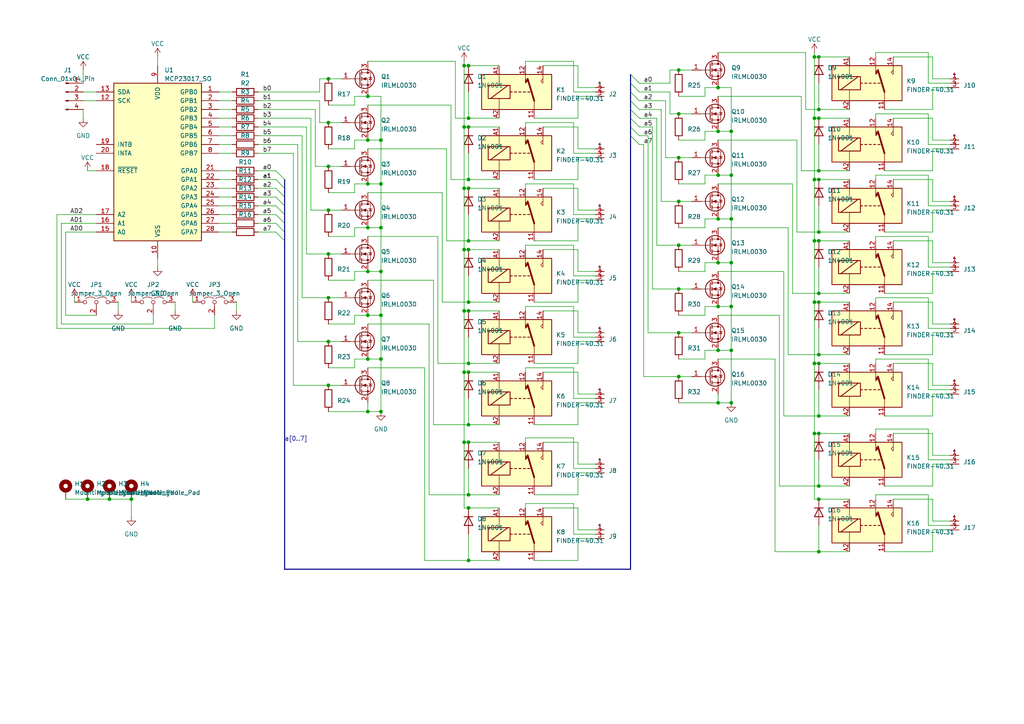
<source format=kicad_sch>
(kicad_sch (version 20230121) (generator eeschema)
  (paper "A4")
  (junction (at 135.89 36.83))
  (junction (at 95.25 99.06))
  (junction (at 135.89 105.41))
  (junction (at 212.09 116.84))
  (junction (at 237.49 140.97))
  (junction (at 208.28 25.4))
  (junction (at 212.09 101.6))
  (junction (at 110.49 40.64))
  (junction (at 134.62 90.17))
  (junction (at 135.89 69.85))
  (junction (at 95.25 22.86))
  (junction (at 237.49 16.51))
  (junction (at 106.68 119.38))
  (junction (at 95.25 35.56))
  (junction (at 212.09 38.1))
  (junction (at 106.68 53.34))
  (junction (at 135.89 19.05))
  (junction (at 237.49 49.53))
  (junction (at 236.22 16.51))
  (junction (at 95.25 48.26))
  (junction (at 236.22 105.41))
  (junction (at 208.28 76.2))
  (junction (at 135.89 162.56))
  (junction (at 106.68 27.94))
  (junction (at 135.89 123.19))
  (junction (at 196.85 45.72))
  (junction (at 110.49 91.44))
  (junction (at 196.85 109.22))
  (junction (at 237.49 160.02))
  (junction (at 236.22 69.85))
  (junction (at 237.49 31.75))
  (junction (at 212.09 50.8))
  (junction (at 237.49 52.07))
  (junction (at 212.09 76.2))
  (junction (at 134.62 128.27))
  (junction (at 208.28 63.5))
  (junction (at 196.85 71.12))
  (junction (at 31.75 144.78))
  (junction (at 110.49 53.34))
  (junction (at 236.22 87.63))
  (junction (at 134.62 54.61))
  (junction (at 236.22 125.73))
  (junction (at 95.25 86.36))
  (junction (at 106.68 104.14))
  (junction (at 110.49 119.38))
  (junction (at 134.62 36.83))
  (junction (at 196.85 96.52))
  (junction (at 134.62 19.05))
  (junction (at 212.09 63.5))
  (junction (at 135.89 72.39))
  (junction (at 237.49 87.63))
  (junction (at 106.68 91.44))
  (junction (at 106.68 78.74))
  (junction (at 135.89 147.32))
  (junction (at 110.49 66.04))
  (junction (at 208.28 88.9))
  (junction (at 106.68 66.04))
  (junction (at 236.22 52.07))
  (junction (at 237.49 69.85))
  (junction (at 196.85 58.42))
  (junction (at 236.22 34.29))
  (junction (at 106.68 40.64))
  (junction (at 208.28 50.8))
  (junction (at 38.1 144.78))
  (junction (at 237.49 144.78))
  (junction (at 196.85 33.02))
  (junction (at 135.89 52.07))
  (junction (at 110.49 78.74))
  (junction (at 237.49 67.31))
  (junction (at 95.25 111.76))
  (junction (at 208.28 38.1))
  (junction (at 110.49 104.14))
  (junction (at 135.89 107.95))
  (junction (at 237.49 120.65))
  (junction (at 134.62 107.95))
  (junction (at 237.49 105.41))
  (junction (at 208.28 116.84))
  (junction (at 95.25 73.66))
  (junction (at 135.89 54.61))
  (junction (at 237.49 125.73))
  (junction (at 135.89 34.29))
  (junction (at 95.25 60.96))
  (junction (at 135.89 87.63))
  (junction (at 135.89 143.51))
  (junction (at 208.28 101.6))
  (junction (at 237.49 34.29))
  (junction (at 237.49 102.87))
  (junction (at 134.62 72.39))
  (junction (at 135.89 90.17))
  (junction (at 212.09 88.9))
  (junction (at 25.4 144.78))
  (junction (at 237.49 85.09))
  (junction (at 135.89 128.27))
  (junction (at 196.85 20.32))
  (junction (at 196.85 83.82))
  (bus_entry (at 182.88 21.59) (size 2.54 2.54))
  (bus_entry (at 182.88 31.75) (size 2.54 2.54))
  (bus_entry (at 80.01 54.61) (size 2.54 2.54))
  (bus_entry (at 80.01 67.31) (size 2.54 2.54))
  (bus_entry (at 182.88 36.83) (size 2.54 2.54))
  (bus_entry (at 182.88 34.29) (size 2.54 2.54))
  (bus_entry (at 182.88 29.21) (size 2.54 2.54))
  (bus_entry (at 80.01 62.23) (size 2.54 2.54))
  (bus_entry (at 182.88 24.13) (size 2.54 2.54))
  (bus_entry (at 80.01 57.15) (size 2.54 2.54))
  (bus_entry (at 80.01 52.07) (size 2.54 2.54))
  (bus_entry (at 182.88 39.37) (size 2.54 2.54))
  (bus_entry (at 182.88 26.67) (size 2.54 2.54))
  (bus_entry (at 80.01 49.53) (size 2.54 2.54))
  (bus_entry (at 80.01 59.69) (size 2.54 2.54))
  (bus_entry (at 80.01 64.77) (size 2.54 2.54))
  (wire (pts (xy 87.63 39.37) (xy 87.63 86.36)))
  (wire (pts (xy 236.22 144.78) (xy 236.22 125.73)))
  (wire (pts (xy 128.27 55.88) (xy 128.27 87.63)))
  (wire (pts (xy 152.4 17.78) (xy 152.4 19.05)))
  (wire (pts (xy 172.72 99.06) (xy 167.64 99.06)))
  (wire (pts (xy 212.09 38.1) (xy 212.09 50.8)))
  (wire (pts (xy 95.25 35.56) (xy 99.06 35.56)))
  (wire (pts (xy 254 104.14) (xy 254 105.41)))
  (wire (pts (xy 86.36 99.06) (xy 95.25 99.06)))
  (wire (pts (xy 185.42 29.21) (xy 193.04 29.21)))
  (wire (pts (xy 237.49 59.69) (xy 237.49 67.31)))
  (wire (pts (xy 246.38 160.02) (xy 237.49 160.02)))
  (wire (pts (xy 236.22 34.29) (xy 236.22 52.07)))
  (wire (pts (xy 231.14 40.64) (xy 231.14 67.31)))
  (wire (pts (xy 270.51 22.86) (xy 270.51 16.51)))
  (wire (pts (xy 95.25 30.48) (xy 102.87 30.48)))
  (wire (pts (xy 106.68 66.04) (xy 110.49 66.04)))
  (wire (pts (xy 208.28 66.04) (xy 228.6 66.04)))
  (wire (pts (xy 167.64 69.85) (xy 167.64 63.5)))
  (wire (pts (xy 63.5 49.53) (xy 67.31 49.53)))
  (wire (pts (xy 189.23 36.83) (xy 189.23 83.82)))
  (wire (pts (xy 106.68 91.44) (xy 110.49 91.44)))
  (wire (pts (xy 194.31 24.13) (xy 194.31 20.32)))
  (wire (pts (xy 102.87 55.88) (xy 102.87 53.34)))
  (wire (pts (xy 269.24 113.03) (xy 269.24 104.14)))
  (wire (pts (xy 166.37 97.79) (xy 172.72 97.79)))
  (wire (pts (xy 38.1 86.36) (xy 38.1 87.63)))
  (wire (pts (xy 21.59 86.36) (xy 21.59 87.63)))
  (wire (pts (xy 102.87 30.48) (xy 102.87 27.94)))
  (wire (pts (xy 135.89 143.51) (xy 144.78 143.51)))
  (wire (pts (xy 110.49 104.14) (xy 110.49 119.38)))
  (wire (pts (xy 135.89 54.61) (xy 144.78 54.61)))
  (wire (pts (xy 167.64 114.3) (xy 167.64 107.95)))
  (wire (pts (xy 212.09 76.2) (xy 212.09 88.9)))
  (wire (pts (xy 270.51 58.42) (xy 270.51 52.07)))
  (wire (pts (xy 269.24 152.4) (xy 269.24 143.51)))
  (wire (pts (xy 110.49 27.94) (xy 110.49 40.64)))
  (wire (pts (xy 74.93 64.77) (xy 80.01 64.77)))
  (wire (pts (xy 102.87 106.68) (xy 102.87 104.14)))
  (wire (pts (xy 172.72 25.4) (xy 167.64 25.4)))
  (wire (pts (xy 236.22 87.63) (xy 236.22 105.41)))
  (wire (pts (xy 102.87 27.94) (xy 106.68 27.94)))
  (wire (pts (xy 167.64 60.96) (xy 172.72 60.96)))
  (wire (pts (xy 187.96 39.37) (xy 187.96 96.52)))
  (wire (pts (xy 196.85 91.44) (xy 204.47 91.44)))
  (wire (pts (xy 166.37 62.23) (xy 166.37 53.34)))
  (wire (pts (xy 172.72 154.94) (xy 166.37 154.94)))
  (wire (pts (xy 259.08 87.63) (xy 270.51 87.63)))
  (wire (pts (xy 204.47 40.64) (xy 204.47 38.1)))
  (wire (pts (xy 167.64 43.18) (xy 172.72 43.18)))
  (wire (pts (xy 236.22 52.07) (xy 237.49 52.07)))
  (wire (pts (xy 125.73 81.28) (xy 125.73 123.19)))
  (wire (pts (xy 196.85 40.64) (xy 204.47 40.64)))
  (wire (pts (xy 106.68 68.58) (xy 127 68.58)))
  (bus (pts (xy 182.88 21.59) (xy 182.88 24.13)))
  (wire (pts (xy 135.89 128.27) (xy 134.62 128.27)))
  (wire (pts (xy 246.38 16.51) (xy 237.49 16.51)))
  (wire (pts (xy 237.49 105.41) (xy 246.38 105.41)))
  (wire (pts (xy 132.08 34.29) (xy 132.08 17.78)))
  (wire (pts (xy 95.25 119.38) (xy 106.68 119.38)))
  (wire (pts (xy 154.94 123.19) (xy 167.64 123.19)))
  (wire (pts (xy 92.71 26.67) (xy 92.71 22.86)))
  (wire (pts (xy 154.94 87.63) (xy 167.64 87.63)))
  (wire (pts (xy 63.5 39.37) (xy 67.31 39.37)))
  (wire (pts (xy 63.5 29.21) (xy 67.31 29.21)))
  (wire (pts (xy 270.51 87.63) (xy 270.51 93.98)))
  (wire (pts (xy 185.42 24.13) (xy 194.31 24.13)))
  (wire (pts (xy 152.4 71.12) (xy 152.4 72.39)))
  (wire (pts (xy 135.89 143.51) (xy 124.46 143.51)))
  (wire (pts (xy 166.37 154.94) (xy 166.37 146.05)))
  (wire (pts (xy 237.49 140.97) (xy 226.06 140.97)))
  (wire (pts (xy 237.49 87.63) (xy 246.38 87.63)))
  (wire (pts (xy 275.59 134.62) (xy 270.51 134.62)))
  (wire (pts (xy 208.28 25.4) (xy 212.09 25.4)))
  (wire (pts (xy 185.42 26.67) (xy 194.31 26.67)))
  (wire (pts (xy 224.79 104.14) (xy 224.79 160.02)))
  (wire (pts (xy 152.4 88.9) (xy 166.37 88.9)))
  (wire (pts (xy 95.25 43.18) (xy 102.87 43.18)))
  (wire (pts (xy 270.51 120.65) (xy 270.51 114.3)))
  (wire (pts (xy 275.59 96.52) (xy 270.51 96.52)))
  (wire (pts (xy 172.72 62.23) (xy 166.37 62.23)))
  (wire (pts (xy 204.47 66.04) (xy 204.47 63.5)))
  (wire (pts (xy 134.62 54.61) (xy 134.62 72.39)))
  (wire (pts (xy 194.31 20.32) (xy 196.85 20.32)))
  (bus (pts (xy 182.88 34.29) (xy 182.88 36.83)))
  (wire (pts (xy 237.49 160.02) (xy 237.49 152.4)))
  (wire (pts (xy 166.37 53.34) (xy 152.4 53.34)))
  (wire (pts (xy 63.5 67.31) (xy 67.31 67.31)))
  (wire (pts (xy 259.08 69.85) (xy 270.51 69.85)))
  (wire (pts (xy 196.85 109.22) (xy 200.66 109.22)))
  (wire (pts (xy 212.09 63.5) (xy 212.09 76.2)))
  (wire (pts (xy 135.89 90.17) (xy 134.62 90.17)))
  (wire (pts (xy 134.62 147.32) (xy 134.62 128.27)))
  (wire (pts (xy 167.64 156.21) (xy 172.72 156.21)))
  (wire (pts (xy 196.85 53.34) (xy 204.47 53.34)))
  (wire (pts (xy 269.24 50.8) (xy 254 50.8)))
  (wire (pts (xy 208.28 116.84) (xy 212.09 116.84)))
  (wire (pts (xy 237.49 24.13) (xy 237.49 31.75)))
  (wire (pts (xy 204.47 76.2) (xy 208.28 76.2)))
  (wire (pts (xy 92.71 35.56) (xy 95.25 35.56)))
  (wire (pts (xy 172.72 44.45) (xy 166.37 44.45)))
  (wire (pts (xy 186.69 109.22) (xy 196.85 109.22)))
  (wire (pts (xy 269.24 24.13) (xy 269.24 15.24)))
  (wire (pts (xy 194.31 26.67) (xy 194.31 33.02)))
  (wire (pts (xy 193.04 45.72) (xy 196.85 45.72)))
  (wire (pts (xy 135.89 69.85) (xy 144.78 69.85)))
  (wire (pts (xy 63.5 26.67) (xy 67.31 26.67)))
  (wire (pts (xy 167.64 90.17) (xy 167.64 96.52)))
  (wire (pts (xy 144.78 19.05) (xy 135.89 19.05)))
  (wire (pts (xy 102.87 91.44) (xy 106.68 91.44)))
  (wire (pts (xy 269.24 95.25) (xy 275.59 95.25)))
  (wire (pts (xy 135.89 162.56) (xy 135.89 154.94)))
  (wire (pts (xy 254 143.51) (xy 254 144.78)))
  (wire (pts (xy 154.94 143.51) (xy 167.64 143.51)))
  (bus (pts (xy 182.88 26.67) (xy 182.88 29.21)))
  (wire (pts (xy 38.1 144.78) (xy 38.1 149.86)))
  (wire (pts (xy 135.89 62.23) (xy 135.89 69.85)))
  (wire (pts (xy 135.89 128.27) (xy 144.78 128.27)))
  (wire (pts (xy 208.28 38.1) (xy 212.09 38.1)))
  (wire (pts (xy 106.68 53.34) (xy 110.49 53.34)))
  (wire (pts (xy 270.51 111.76) (xy 270.51 105.41)))
  (wire (pts (xy 88.9 73.66) (xy 95.25 73.66)))
  (wire (pts (xy 74.93 52.07) (xy 80.01 52.07)))
  (wire (pts (xy 212.09 25.4) (xy 212.09 38.1)))
  (wire (pts (xy 95.25 81.28) (xy 102.87 81.28)))
  (bus (pts (xy 182.88 39.37) (xy 182.88 165.1)))
  (wire (pts (xy 167.64 134.62) (xy 172.72 134.62)))
  (wire (pts (xy 196.85 58.42) (xy 200.66 58.42)))
  (wire (pts (xy 152.4 106.68) (xy 152.4 107.95)))
  (wire (pts (xy 157.48 54.61) (xy 167.64 54.61)))
  (wire (pts (xy 44.45 91.44) (xy 44.45 93.98)))
  (wire (pts (xy 154.94 52.07) (xy 167.64 52.07)))
  (wire (pts (xy 259.08 105.41) (xy 270.51 105.41)))
  (wire (pts (xy 237.49 31.75) (xy 233.68 31.75)))
  (wire (pts (xy 256.54 160.02) (xy 270.51 160.02)))
  (wire (pts (xy 74.93 34.29) (xy 90.17 34.29)))
  (wire (pts (xy 124.46 93.98) (xy 106.68 93.98)))
  (wire (pts (xy 185.42 31.75) (xy 191.77 31.75)))
  (wire (pts (xy 204.47 88.9) (xy 208.28 88.9)))
  (wire (pts (xy 157.48 107.95) (xy 167.64 107.95)))
  (wire (pts (xy 270.51 132.08) (xy 275.59 132.08)))
  (wire (pts (xy 167.64 153.67) (xy 172.72 153.67)))
  (wire (pts (xy 102.87 78.74) (xy 106.68 78.74)))
  (wire (pts (xy 191.77 58.42) (xy 196.85 58.42)))
  (wire (pts (xy 74.93 36.83) (xy 88.9 36.83)))
  (wire (pts (xy 256.54 85.09) (xy 270.51 85.09)))
  (wire (pts (xy 259.08 52.07) (xy 270.51 52.07)))
  (wire (pts (xy 90.17 34.29) (xy 90.17 60.96)))
  (wire (pts (xy 24.13 20.32) (xy 24.13 24.13)))
  (wire (pts (xy 167.64 63.5) (xy 172.72 63.5)))
  (wire (pts (xy 106.68 78.74) (xy 110.49 78.74)))
  (wire (pts (xy 167.64 99.06) (xy 167.64 105.41)))
  (wire (pts (xy 74.93 49.53) (xy 80.01 49.53)))
  (wire (pts (xy 135.89 26.67) (xy 135.89 34.29)))
  (wire (pts (xy 63.5 34.29) (xy 67.31 34.29)))
  (wire (pts (xy 106.68 27.94) (xy 110.49 27.94)))
  (wire (pts (xy 152.4 146.05) (xy 152.4 147.32)))
  (wire (pts (xy 130.81 30.48) (xy 130.81 52.07)))
  (wire (pts (xy 191.77 31.75) (xy 191.77 58.42)))
  (wire (pts (xy 74.93 39.37) (xy 87.63 39.37)))
  (wire (pts (xy 167.64 96.52) (xy 172.72 96.52)))
  (wire (pts (xy 27.94 91.44) (xy 19.05 91.44)))
  (wire (pts (xy 86.36 41.91) (xy 86.36 99.06)))
  (wire (pts (xy 259.08 144.78) (xy 270.51 144.78)))
  (wire (pts (xy 166.37 135.89) (xy 172.72 135.89)))
  (wire (pts (xy 123.19 162.56) (xy 135.89 162.56)))
  (wire (pts (xy 236.22 87.63) (xy 236.22 69.85)))
  (wire (pts (xy 232.41 49.53) (xy 237.49 49.53)))
  (wire (pts (xy 62.23 95.25) (xy 16.51 95.25)))
  (wire (pts (xy 63.5 62.23) (xy 67.31 62.23)))
  (wire (pts (xy 106.68 106.68) (xy 123.19 106.68)))
  (wire (pts (xy 172.72 137.16) (xy 167.64 137.16)))
  (wire (pts (xy 91.44 48.26) (xy 95.25 48.26)))
  (wire (pts (xy 237.49 69.85) (xy 236.22 69.85)))
  (wire (pts (xy 135.89 34.29) (xy 144.78 34.29)))
  (wire (pts (xy 172.72 81.28) (xy 167.64 81.28)))
  (wire (pts (xy 270.51 102.87) (xy 256.54 102.87)))
  (wire (pts (xy 166.37 17.78) (xy 152.4 17.78)))
  (wire (pts (xy 254 69.85) (xy 254 68.58)))
  (wire (pts (xy 270.51 160.02) (xy 270.51 153.67)))
  (wire (pts (xy 154.94 162.56) (xy 167.64 162.56)))
  (wire (pts (xy 152.4 127) (xy 166.37 127)))
  (wire (pts (xy 237.49 41.91) (xy 237.49 49.53)))
  (wire (pts (xy 196.85 78.74) (xy 204.47 78.74)))
  (wire (pts (xy 19.05 91.44) (xy 19.05 67.31)))
  (wire (pts (xy 106.68 116.84) (xy 106.68 119.38)))
  (wire (pts (xy 270.51 93.98) (xy 275.59 93.98)))
  (wire (pts (xy 233.68 15.24) (xy 208.28 15.24)))
  (wire (pts (xy 106.68 55.88) (xy 128.27 55.88)))
  (wire (pts (xy 256.54 31.75) (xy 270.51 31.75)))
  (wire (pts (xy 167.64 45.72) (xy 172.72 45.72)))
  (wire (pts (xy 254 15.24) (xy 254 16.51)))
  (wire (pts (xy 95.25 106.68) (xy 102.87 106.68)))
  (wire (pts (xy 270.51 25.4) (xy 275.59 25.4)))
  (wire (pts (xy 227.33 120.65) (xy 237.49 120.65)))
  (wire (pts (xy 186.69 41.91) (xy 186.69 109.22)))
  (wire (pts (xy 208.28 27.94) (xy 232.41 27.94)))
  (bus (pts (xy 82.55 67.31) (xy 82.55 69.85)))
  (bus (pts (xy 182.88 29.21) (xy 182.88 31.75)))
  (wire (pts (xy 106.68 30.48) (xy 130.81 30.48)))
  (wire (pts (xy 229.87 53.34) (xy 229.87 85.09)))
  (bus (pts (xy 182.88 31.75) (xy 182.88 34.29)))
  (wire (pts (xy 134.62 36.83) (xy 134.62 54.61)))
  (wire (pts (xy 134.62 147.32) (xy 135.89 147.32)))
  (wire (pts (xy 237.49 120.65) (xy 246.38 120.65)))
  (wire (pts (xy 167.64 52.07) (xy 167.64 45.72)))
  (wire (pts (xy 167.64 72.39) (xy 167.64 78.74)))
  (wire (pts (xy 204.47 38.1) (xy 208.28 38.1)))
  (wire (pts (xy 208.28 50.8) (xy 212.09 50.8)))
  (wire (pts (xy 237.49 95.25) (xy 237.49 102.87)))
  (wire (pts (xy 254 86.36) (xy 269.24 86.36)))
  (bus (pts (xy 182.88 24.13) (xy 182.88 26.67)))
  (wire (pts (xy 166.37 71.12) (xy 166.37 80.01)))
  (bus (pts (xy 82.55 64.77) (xy 82.55 67.31)))
  (wire (pts (xy 270.51 153.67) (xy 275.59 153.67)))
  (wire (pts (xy 134.62 90.17) (xy 134.62 107.95)))
  (wire (pts (xy 275.59 152.4) (xy 269.24 152.4)))
  (wire (pts (xy 212.09 50.8) (xy 212.09 63.5)))
  (wire (pts (xy 166.37 106.68) (xy 152.4 106.68)))
  (wire (pts (xy 154.94 69.85) (xy 167.64 69.85)))
  (wire (pts (xy 204.47 63.5) (xy 208.28 63.5)))
  (wire (pts (xy 102.87 81.28) (xy 102.87 78.74)))
  (wire (pts (xy 208.28 78.74) (xy 227.33 78.74)))
  (wire (pts (xy 106.68 40.64) (xy 110.49 40.64)))
  (wire (pts (xy 196.85 45.72) (xy 200.66 45.72)))
  (wire (pts (xy 196.85 20.32) (xy 200.66 20.32)))
  (wire (pts (xy 63.5 54.61) (xy 67.31 54.61)))
  (wire (pts (xy 236.22 105.41) (xy 237.49 105.41)))
  (wire (pts (xy 95.25 93.98) (xy 102.87 93.98)))
  (wire (pts (xy 74.93 62.23) (xy 80.01 62.23)))
  (wire (pts (xy 135.89 44.45) (xy 135.89 52.07)))
  (wire (pts (xy 63.5 64.77) (xy 67.31 64.77)))
  (wire (pts (xy 62.23 91.44) (xy 62.23 95.25)))
  (wire (pts (xy 135.89 72.39) (xy 144.78 72.39)))
  (wire (pts (xy 63.5 44.45) (xy 67.31 44.45)))
  (wire (pts (xy 269.24 15.24) (xy 254 15.24)))
  (wire (pts (xy 92.71 22.86) (xy 95.25 22.86)))
  (wire (pts (xy 236.22 16.51) (xy 236.22 34.29)))
  (wire (pts (xy 237.49 113.03) (xy 237.49 120.65)))
  (wire (pts (xy 106.68 43.18) (xy 129.54 43.18)))
  (wire (pts (xy 129.54 69.85) (xy 135.89 69.85)))
  (wire (pts (xy 106.68 81.28) (xy 125.73 81.28)))
  (wire (pts (xy 193.04 29.21) (xy 193.04 45.72)))
  (wire (pts (xy 134.62 107.95) (xy 135.89 107.95)))
  (bus (pts (xy 182.88 36.83) (xy 182.88 39.37)))
  (wire (pts (xy 269.24 104.14) (xy 254 104.14)))
  (bus (pts (xy 82.55 57.15) (xy 82.55 59.69)))
  (wire (pts (xy 134.62 54.61) (xy 135.89 54.61)))
  (wire (pts (xy 254 125.73) (xy 254 124.46)))
  (wire (pts (xy 152.4 127) (xy 152.4 128.27)))
  (wire (pts (xy 124.46 93.98) (xy 124.46 143.51)))
  (wire (pts (xy 135.89 52.07) (xy 144.78 52.07)))
  (wire (pts (xy 224.79 160.02) (xy 237.49 160.02)))
  (wire (pts (xy 166.37 115.57) (xy 166.37 106.68)))
  (wire (pts (xy 204.47 78.74) (xy 204.47 76.2)))
  (wire (pts (xy 110.49 91.44) (xy 110.49 104.14)))
  (wire (pts (xy 74.93 44.45) (xy 85.09 44.45)))
  (wire (pts (xy 237.49 16.51) (xy 236.22 16.51)))
  (wire (pts (xy 270.51 96.52) (xy 270.51 102.87)))
  (wire (pts (xy 152.4 53.34) (xy 152.4 54.61)))
  (wire (pts (xy 166.37 44.45) (xy 166.37 35.56)))
  (wire (pts (xy 167.64 162.56) (xy 167.64 156.21)))
  (wire (pts (xy 25.4 49.53) (xy 27.94 49.53)))
  (wire (pts (xy 269.24 77.47) (xy 275.59 77.47)))
  (wire (pts (xy 95.25 99.06) (xy 99.06 99.06)))
  (wire (pts (xy 204.47 91.44) (xy 204.47 88.9)))
  (wire (pts (xy 254 124.46) (xy 269.24 124.46)))
  (wire (pts (xy 95.25 111.76) (xy 99.06 111.76)))
  (wire (pts (xy 152.4 88.9) (xy 152.4 90.17)))
  (wire (pts (xy 91.44 31.75) (xy 91.44 48.26)))
  (wire (pts (xy 228.6 102.87) (xy 237.49 102.87)))
  (wire (pts (xy 55.88 86.36) (xy 55.88 87.63)))
  (wire (pts (xy 31.75 144.78) (xy 38.1 144.78)))
  (bus (pts (xy 82.55 54.61) (xy 82.55 57.15)))
  (wire (pts (xy 166.37 80.01) (xy 172.72 80.01)))
  (wire (pts (xy 275.59 41.91) (xy 269.24 41.91)))
  (wire (pts (xy 167.64 123.19) (xy 167.64 116.84)))
  (wire (pts (xy 269.24 68.58) (xy 269.24 77.47)))
  (wire (pts (xy 237.49 67.31) (xy 246.38 67.31)))
  (wire (pts (xy 167.64 36.83) (xy 167.64 43.18)))
  (wire (pts (xy 63.5 36.83) (xy 67.31 36.83)))
  (wire (pts (xy 135.89 90.17) (xy 144.78 90.17)))
  (wire (pts (xy 237.49 34.29) (xy 246.38 34.29)))
  (wire (pts (xy 166.37 146.05) (xy 152.4 146.05)))
  (wire (pts (xy 226.06 91.44) (xy 208.28 91.44)))
  (wire (pts (xy 102.87 40.64) (xy 106.68 40.64)))
  (wire (pts (xy 237.49 125.73) (xy 236.22 125.73)))
  (wire (pts (xy 190.5 71.12) (xy 196.85 71.12)))
  (wire (pts (xy 166.37 35.56) (xy 152.4 35.56)))
  (wire (pts (xy 236.22 105.41) (xy 236.22 125.73)))
  (wire (pts (xy 74.93 54.61) (xy 80.01 54.61)))
  (wire (pts (xy 102.87 68.58) (xy 102.87 66.04)))
  (wire (pts (xy 185.42 39.37) (xy 187.96 39.37)))
  (wire (pts (xy 208.28 63.5) (xy 212.09 63.5)))
  (wire (pts (xy 196.85 33.02) (xy 200.66 33.02)))
  (wire (pts (xy 19.05 144.78) (xy 25.4 144.78)))
  (wire (pts (xy 152.4 35.56) (xy 152.4 36.83)))
  (wire (pts (xy 167.64 81.28) (xy 167.64 87.63)))
  (wire (pts (xy 208.28 76.2) (xy 212.09 76.2)))
  (wire (pts (xy 270.51 60.96) (xy 275.59 60.96)))
  (wire (pts (xy 135.89 147.32) (xy 144.78 147.32)))
  (wire (pts (xy 106.68 119.38) (xy 110.49 119.38)))
  (wire (pts (xy 212.09 101.6) (xy 212.09 116.84)))
  (wire (pts (xy 74.93 31.75) (xy 91.44 31.75)))
  (wire (pts (xy 259.08 34.29) (xy 270.51 34.29)))
  (wire (pts (xy 172.72 26.67) (xy 166.37 26.67)))
  (wire (pts (xy 204.47 50.8) (xy 208.28 50.8)))
  (wire (pts (xy 208.28 114.3) (xy 208.28 116.84)))
  (wire (pts (xy 135.89 72.39) (xy 134.62 72.39)))
  (wire (pts (xy 259.08 125.73) (xy 270.51 125.73)))
  (wire (pts (xy 102.87 104.14) (xy 106.68 104.14)))
  (wire (pts (xy 102.87 53.34) (xy 106.68 53.34)))
  (wire (pts (xy 135.89 123.19) (xy 144.78 123.19)))
  (wire (pts (xy 63.5 41.91) (xy 67.31 41.91)))
  (wire (pts (xy 204.47 53.34) (xy 204.47 50.8)))
  (wire (pts (xy 185.42 36.83) (xy 189.23 36.83)))
  (wire (pts (xy 74.93 26.67) (xy 92.71 26.67)))
  (wire (pts (xy 189.23 83.82) (xy 196.85 83.82)))
  (wire (pts (xy 95.25 73.66) (xy 99.06 73.66)))
  (wire (pts (xy 129.54 43.18) (xy 129.54 69.85)))
  (wire (pts (xy 269.24 143.51) (xy 254 143.51)))
  (wire (pts (xy 63.5 59.69) (xy 67.31 59.69)))
  (wire (pts (xy 227.33 78.74) (xy 227.33 120.65)))
  (wire (pts (xy 237.49 85.09) (xy 237.49 77.47)))
  (wire (pts (xy 45.72 16.51) (xy 45.72 19.05)))
  (wire (pts (xy 196.85 116.84) (xy 208.28 116.84)))
  (wire (pts (xy 92.71 29.21) (xy 92.71 35.56)))
  (wire (pts (xy 166.37 127) (xy 166.37 135.89)))
  (wire (pts (xy 196.85 71.12) (xy 200.66 71.12)))
  (wire (pts (xy 254 87.63) (xy 254 86.36)))
  (wire (pts (xy 275.59 22.86) (xy 270.51 22.86)))
  (wire (pts (xy 237.49 125.73) (xy 246.38 125.73)))
  (wire (pts (xy 237.49 69.85) (xy 246.38 69.85)))
  (wire (pts (xy 167.64 128.27) (xy 167.64 134.62)))
  (bus (pts (xy 82.55 59.69) (xy 82.55 62.23)))
  (bus (pts (xy 82.55 62.23) (xy 82.55 64.77)))
  (wire (pts (xy 228.6 66.04) (xy 228.6 102.87)))
  (wire (pts (xy 270.51 40.64) (xy 275.59 40.64)))
  (wire (pts (xy 85.09 111.76) (xy 95.25 111.76)))
  (wire (pts (xy 85.09 44.45) (xy 85.09 111.76)))
  (wire (pts (xy 208.28 88.9) (xy 212.09 88.9)))
  (wire (pts (xy 135.89 36.83) (xy 144.78 36.83)))
  (wire (pts (xy 208.28 53.34) (xy 229.87 53.34)))
  (wire (pts (xy 134.62 36.83) (xy 135.89 36.83)))
  (wire (pts (xy 90.17 60.96) (xy 95.25 60.96)))
  (wire (pts (xy 16.51 95.25) (xy 16.51 62.23)))
  (wire (pts (xy 185.42 41.91) (xy 186.69 41.91)))
  (wire (pts (xy 127 68.58) (xy 127 105.41)))
  (wire (pts (xy 95.25 86.36) (xy 99.06 86.36)))
  (wire (pts (xy 167.64 78.74) (xy 172.72 78.74)))
  (bus (pts (xy 82.55 52.07) (xy 82.55 54.61)))
  (wire (pts (xy 196.85 104.14) (xy 204.47 104.14)))
  (wire (pts (xy 110.49 40.64) (xy 110.49 53.34)))
  (wire (pts (xy 231.14 67.31) (xy 237.49 67.31)))
  (wire (pts (xy 157.48 72.39) (xy 167.64 72.39)))
  (wire (pts (xy 167.64 60.96) (xy 167.64 54.61)))
  (wire (pts (xy 254 50.8) (xy 254 52.07)))
  (wire (pts (xy 270.51 67.31) (xy 270.51 60.96)))
  (wire (pts (xy 135.89 115.57) (xy 135.89 123.19)))
  (wire (pts (xy 25.4 144.78) (xy 31.75 144.78)))
  (wire (pts (xy 166.37 88.9) (xy 166.37 97.79)))
  (wire (pts (xy 270.51 125.73) (xy 270.51 132.08)))
  (wire (pts (xy 269.24 124.46) (xy 269.24 133.35)))
  (wire (pts (xy 167.64 114.3) (xy 172.72 114.3)))
  (wire (pts (xy 256.54 49.53) (xy 270.51 49.53)))
  (wire (pts (xy 95.25 60.96) (xy 99.06 60.96)))
  (wire (pts (xy 275.59 113.03) (xy 269.24 113.03)))
  (wire (pts (xy 44.45 93.98) (xy 17.78 93.98)))
  (wire (pts (xy 17.78 64.77) (xy 27.94 64.77)))
  (wire (pts (xy 63.5 52.07) (xy 67.31 52.07)))
  (wire (pts (xy 144.78 87.63) (xy 135.89 87.63)))
  (wire (pts (xy 256.54 67.31) (xy 270.51 67.31)))
  (wire (pts (xy 237.49 87.63) (xy 236.22 87.63)))
  (wire (pts (xy 123.19 106.68) (xy 123.19 162.56)))
  (wire (pts (xy 196.85 27.94) (xy 204.47 27.94)))
  (wire (pts (xy 63.5 31.75) (xy 67.31 31.75)))
  (wire (pts (xy 270.51 43.18) (xy 275.59 43.18)))
  (wire (pts (xy 134.62 19.05) (xy 134.62 17.78)))
  (wire (pts (xy 135.89 105.41) (xy 144.78 105.41)))
  (wire (pts (xy 157.48 128.27) (xy 167.64 128.27)))
  (wire (pts (xy 167.64 19.05) (xy 157.48 19.05)))
  (wire (pts (xy 16.51 62.23) (xy 27.94 62.23)))
  (wire (pts (xy 45.72 77.47) (xy 45.72 74.93)))
  (wire (pts (xy 74.93 29.21) (xy 92.71 29.21)))
  (wire (pts (xy 212.09 88.9) (xy 212.09 101.6)))
  (wire (pts (xy 270.51 34.29) (xy 270.51 40.64)))
  (wire (pts (xy 134.62 19.05) (xy 134.62 36.83)))
  (wire (pts (xy 237.49 133.35) (xy 237.49 140.97)))
  (wire (pts (xy 157.48 36.83) (xy 167.64 36.83)))
  (wire (pts (xy 208.28 101.6) (xy 212.09 101.6)))
  (wire (pts (xy 237.49 31.75) (xy 246.38 31.75)))
  (wire (pts (xy 167.64 27.94) (xy 172.72 27.94)))
  (wire (pts (xy 185.42 34.29) (xy 190.5 34.29)))
  (wire (pts (xy 275.59 59.69) (xy 269.24 59.69)))
  (wire (pts (xy 102.87 93.98) (xy 102.87 91.44)))
  (wire (pts (xy 275.59 24.13) (xy 269.24 24.13)))
  (wire (pts (xy 204.47 25.4) (xy 208.28 25.4)))
  (wire (pts (xy 154.94 34.29) (xy 167.64 34.29)))
  (wire (pts (xy 270.51 58.42) (xy 275.59 58.42)))
  (wire (pts (xy 125.73 123.19) (xy 135.89 123.19)))
  (wire (pts (xy 106.68 104.14) (xy 110.49 104.14)))
  (wire (pts (xy 167.64 105.41) (xy 154.94 105.41)))
  (wire (pts (xy 256.54 140.97) (xy 270.51 140.97)))
  (wire (pts (xy 135.89 107.95) (xy 144.78 107.95)))
  (wire (pts (xy 254 68.58) (xy 269.24 68.58)))
  (wire (pts (xy 208.28 104.14) (xy 224.79 104.14)))
  (wire (pts (xy 167.64 116.84) (xy 172.72 116.84)))
  (wire (pts (xy 270.51 16.51) (xy 259.08 16.51)))
  (wire (pts (xy 135.89 87.63) (xy 135.89 80.01)))
  (wire (pts (xy 270.51 49.53) (xy 270.51 43.18)))
  (wire (pts (xy 190.5 34.29) (xy 190.5 71.12)))
  (wire (pts (xy 236.22 144.78) (xy 237.49 144.78)))
  (wire (pts (xy 167.64 25.4) (xy 167.64 19.05)))
  (wire (pts (xy 270.51 114.3) (xy 275.59 114.3)))
  (wire (pts (xy 270.51 151.13) (xy 275.59 151.13)))
  (wire (pts (xy 74.93 59.69) (xy 80.01 59.69)))
  (wire (pts (xy 167.64 153.67) (xy 167.64 147.32)))
  (wire (pts (xy 88.9 36.83) (xy 88.9 73.66)))
  (wire (pts (xy 270.51 78.74) (xy 270.51 85.09)))
  (wire (pts (xy 196.85 96.52) (xy 200.66 96.52)))
  (wire (pts (xy 95.25 22.86) (xy 99.06 22.86)))
  (wire (pts (xy 270.51 76.2) (xy 275.59 76.2)))
  (wire (pts (xy 204.47 101.6) (xy 208.28 101.6)))
  (wire (pts (xy 236.22 52.07) (xy 236.22 69.85)))
  (wire (pts (xy 152.4 71.12) (xy 166.37 71.12)))
  (wire (pts (xy 135.89 34.29) (xy 132.08 34.29)))
  (wire (pts (xy 63.5 57.15) (xy 67.31 57.15)))
  (wire (pts (xy 204.47 27.94) (xy 204.47 25.4)))
  (wire (pts (xy 204.47 104.14) (xy 204.47 101.6)))
  (wire (pts (xy 95.25 48.26) (xy 99.06 48.26)))
  (wire (pts (xy 236.22 16.51) (xy 236.22 15.24)))
  (wire (pts (xy 236.22 34.29) (xy 237.49 34.29)))
  (wire (pts (xy 132.08 17.78) (xy 106.68 17.78)))
  (wire (pts (xy 270.51 151.13) (xy 270.51 144.78)))
  (wire (pts (xy 110.49 53.34) (xy 110.49 66.04)))
  (wire (pts (xy 226.06 91.44) (xy 226.06 140.97)))
  (wire (pts (xy 233.68 31.75) (xy 233.68 15.24)))
  (wire (pts (xy 172.72 115.57) (xy 166.37 115.57)))
  (wire (pts (xy 74.93 41.91) (xy 86.36 41.91)))
  (wire (pts (xy 270.51 31.75) (xy 270.51 25.4)))
  (wire (pts (xy 237.49 144.78) (xy 246.38 144.78)))
  (wire (pts (xy 269.24 33.02) (xy 254 33.02)))
  (wire (pts (xy 87.63 86.36) (xy 95.25 86.36)))
  (bus (pts (xy 182.88 165.1) (xy 82.55 165.1)))
  (wire (pts (xy 269.24 41.91) (xy 269.24 33.02)))
  (wire (pts (xy 196.85 66.04) (xy 204.47 66.04)))
  (wire (pts (xy 232.41 27.94) (xy 232.41 49.53)))
  (wire (pts (xy 237.49 140.97) (xy 246.38 140.97)))
  (wire (pts (xy 270.51 69.85) (xy 270.51 76.2)))
  (wire (pts (xy 68.58 87.63) (xy 68.58 90.17)))
  (wire (pts (xy 237.49 102.87) (xy 246.38 102.87)))
  (wire (pts (xy 134.62 90.17) (xy 134.62 72.39)))
  (wire (pts (xy 17.78 93.98) (xy 17.78 64.77)))
  (wire (pts (xy 254 33.02) (xy 254 34.29)))
  (wire (pts (xy 135.89 97.79) (xy 135.89 105.41)))
  (wire (pts (xy 102.87 43.18) (xy 102.87 40.64)))
  (wire (pts (xy 194.31 33.02) (xy 196.85 33.02)))
  (wire (pts (xy 246.38 85.09) (xy 237.49 85.09)))
  (wire (pts (xy 135.89 19.05) (xy 134.62 19.05)))
  (wire (pts (xy 196.85 83.82) (xy 200.66 83.82)))
  (wire (pts (xy 102.87 66.04) (xy 106.68 66.04)))
  (wire (pts (xy 144.78 162.56) (xy 135.89 162.56)))
  (wire (pts (xy 237.49 52.07) (xy 246.38 52.07)))
  (wire (pts (xy 50.8 87.63) (xy 50.8 90.17)))
  (wire (pts (xy 229.87 85.09) (xy 237.49 85.09)))
  (wire (pts (xy 19.05 67.31) (xy 27.94 67.31)))
  (wire (pts (xy 74.93 67.31) (xy 80.01 67.31)))
  (wire (pts (xy 24.13 29.21) (xy 27.94 29.21)))
  (wire (pts (xy 157.48 147.32) (xy 167.64 147.32)))
  (wire (pts (xy 269.24 133.35) (xy 275.59 133.35)))
  (wire (pts (xy 208.28 40.64) (xy 231.14 40.64)))
  (wire (pts (xy 110.49 66.04) (xy 110.49 78.74)))
  (wire (pts (xy 110.49 78.74) (xy 110.49 91.44)))
  (wire (pts (xy 74.93 57.15) (xy 80.01 57.15)))
  (wire (pts (xy 24.13 31.75) (xy 24.13 34.29)))
  (wire (pts (xy 167.64 137.16) (xy 167.64 143.51)))
  (wire (pts (xy 270.51 111.76) (xy 275.59 111.76)))
  (wire (pts (xy 187.96 96.52) (xy 196.85 96.52)))
  (wire (pts (xy 128.27 87.63) (xy 135.89 87.63)))
  (wire (pts (xy 127 105.41) (xy 135.89 105.41)))
  (wire (pts (xy 237.49 49.53) (xy 246.38 49.53)))
  (wire (pts (xy 134.62 107.95) (xy 134.62 128.27)))
  (wire (pts (xy 275.59 78.74) (xy 270.51 78.74)))
  (wire (pts (xy 95.25 55.88) (xy 102.87 55.88)))
  (wire (pts (xy 270.51 134.62) (xy 270.51 140.97)))
  (wire (pts (xy 166.37 26.67) (xy 166.37 17.78)))
  (wire (pts (xy 269.24 86.36) (xy 269.24 95.25)))
  (wire (pts (xy 34.29 87.63) (xy 34.29 90.17)))
  (wire (pts (xy 256.54 120.65) (xy 270.51 120.65)))
  (wire (pts (xy 157.48 90.17) (xy 167.64 90.17)))
  (wire (pts (xy 95.25 68.58) (xy 102.87 68.58)))
  (bus (pts (xy 82.55 69.85) (xy 82.55 165.1)))
  (wire (pts (xy 130.81 52.07) (xy 135.89 52.07)))
  (wire (pts (xy 135.89 135.89) (xy 135.89 143.51)))
  (wire (pts (xy 167.64 34.29) (xy 167.64 27.94)))
  (wire (pts (xy 269.24 59.69) (xy 269.24 50.8)))
  (wire (pts (xy 24.13 26.67) (xy 27.94 26.67)))
  (label "a1" (at 186.69 26.67 0))
  (label "b6" (at 76.2 41.91 0))
  (label "b0" (at 76.2 26.67 0))
  (label "a[0..7]" (at 82.55 128.27 0))
  (label "a6" (at 186.69 39.37 0))
  (label "AD0" (at 20.32 67.31 0))
  (label "a2" (at 186.69 29.21 0))
  (label "b3" (at 76.2 34.29 0))
  (label "a6" (at 76.2 64.77 0))
  (label "a3" (at 76.2 57.15 0))
  (label "a5" (at 76.2 62.23 0))
  (label "a2" (at 76.2 54.61 0))
  (label "a7" (at 76.2 67.31 0))
  (label "AD2" (at 20.32 62.23 0))
  (label "a4" (at 186.69 34.29 0))
  (label "a0" (at 186.69 24.13 0))
  (label "b7" (at 76.2 44.45 0))
  (label "a5" (at 186.69 36.83 0))
  (label "a1" (at 76.2 52.07 0))
  (label "a1" (at 76.2 52.07 0))
  (label "b2" (at 76.2 31.75 0))
  (label "a0" (at 76.2 49.53 0))
  (label "b4" (at 76.2 36.83 0))
  (label "AD1" (at 20.32 64.77 0))
  (label "a7" (at 186.69 41.91 0))
  (label "a4" (at 76.2 59.69 0))
  (label "b1" (at 76.2 29.21 0))
  (label "b5" (at 76.2 39.37 0))
  (label "a3" (at 186.69 31.75 0))
  (symbol (lib_id "Transistor_FET:IRLML0030") (at 205.74 96.52 0) (unit 1)
    (property "Reference" "Q15" (at 212.09 95.885 0) (effects (justify left)))
    (property "Value" "IRLML0030" (at 212.09 98.425 0) (effects (justify left)))
    (property "Footprint" "Package_TO_SOT_SMD:SOT-23" (effects hide))
    (property "Datasheet" "https://www.infineon.com/dgdl/irlml0030pbf.pdf?fileId=5546d462533600a401535664773825df" (effects hide))
  )
  (symbol (lib_id "Relay:FINDER-40.31") (at 251.46 77.47 0) (unit 1)
    (property "Reference" "K12" (at 262.89 76.835 0) (effects (justify left)))
    (property "Value" "FINDER-40.31" (at 262.89 79.375 0) (effects (justify left)))
    (property "Footprint" "Relay_THT:Relay_SPDT_Finder_40.31" (effects hide))
    (property "Datasheet" "http://gfinder.findernet.com/assets/Series/353/S40EN.pdf" (effects hide))
  )
  (symbol (lib_id "parts_tma_1:AST_041-3") (at 173.99 135.89 0) (unit 1)
    (property "Reference" "J8" (at 176.53 136.525 0) (effects (justify left)))
    (property "Value" "~" (at 173.99 133.35 0))
    (property "Footprint" "parts_tma_1:AST_041-3" (effects hide))
  )
  (symbol (lib_id "parts_tma_1:AST_041-3") (at 173.99 62.23 0) (unit 1)
    (property "Reference" "J4" (at 176.53 62.865 0) (effects (justify left)))
    (property "Value" "~" (at 173.99 59.69 0))
    (property "Footprint" "parts_tma_1:AST_041-3" (effects hide))
  )
  (symbol (lib_id "Mechanical:MountingHole_Pad") (at 31.75 142.24 0) (unit 1)
    (property "Reference" "H3" (at 34.29 140.335 0) (effects (justify left)))
    (property "Value" "MountingHole_Pad" (at 34.29 142.875 0) (effects (justify left)))
    (property "Footprint" "MountingHole:MountingHole_3.2mm_M3_DIN965_Pad_TopBottom" (effects hide))
  )
  (symbol (lib_id "power:GND") (at 68.58 90.17 0) (unit 1)
    (property "Reference" "#PWR04" (effects hide))
    (property "Value" "GND" (at 68.58 95.25 0))
  )
  (symbol (lib_id "Device:R") (at 95.25 52.07 180) (unit 1)
    (property "Reference" "R19" (at 97.79 52.705 0) (effects (justify right)))
    (property "Value" "100kR" (effects hide))
    (property "Footprint" "Resistor_SMD:R_1206_3216Metric_Pad1.30x1.75mm_HandSolder" (effects hide))
  )
  (symbol (lib_id "parts_tma_1:AST_041-3") (at 276.86 95.25 0) (unit 1)
    (property "Reference" "J14" (at 279.4 95.885 0) (effects (justify left)))
    (property "Value" "~" (at 276.86 92.71 0))
    (property "Footprint" "parts_tma_1:AST_041-3" (effects hide))
  )
  (symbol (lib_id "power:GND") (at 110.49 119.38 0) (unit 1)
    (property "Reference" "#PWR012" (effects hide))
    (property "Value" "GND" (at 110.49 124.46 0))
  )
  (symbol (lib_id "parts_tma_1:AST_041-3") (at 276.86 41.91 0) (unit 1)
    (property "Reference" "J11" (at 279.4 42.545 0) (effects (justify left)))
    (property "Value" "~" (at 276.86 39.37 0))
    (property "Footprint" "parts_tma_1:AST_041-3" (effects hide))
  )
  (symbol (lib_id "Device:R") (at 71.12 57.15 90) (unit 1)
    (property "Reference" "R12" (at 71.12 52.07 90))
    (property "Value" "100R" (effects hide))
    (property "Footprint" "Resistor_SMD:R_1206_3216Metric_Pad1.30x1.75mm_HandSolder" (effects hide))
  )
  (symbol (lib_id "Diode:1N4001") (at 135.89 93.98 270) (unit 1)
    (property "Reference" "D5" (at 138.43 93.345 90) (effects (justify left)))
    (property "Value" "1N4001" (at 138.43 95.885 90) (effects (justify left)))
    (property "Footprint" "Diode_THT:D_DO-41_SOD81_P10.16mm_Horizontal" (effects hide))
    (property "Datasheet" "http://www.vishay.com/docs/88503/1n4001.pdf" (effects hide))
    (property "Sim.Device" "D" (effects hide))
    (property "Sim.Pins" "1=K 2=A" (effects hide))
  )
  (symbol (lib_id "Transistor_FET:IRLML0030") (at 104.14 111.76 0) (unit 1)
    (property "Reference" "Q8" (at 110.49 111.125 0) (effects (justify left)))
    (property "Value" "IRLML0030" (at 110.49 113.665 0) (effects (justify left)))
    (property "Footprint" "Package_TO_SOT_SMD:SOT-23" (effects hide))
    (property "Datasheet" "https://www.infineon.com/dgdl/irlml0030pbf.pdf?fileId=5546d462533600a401535664773825df" (effects hide))
  )
  (symbol (lib_id "Relay:FINDER-40.31") (at 251.46 95.25 0) (unit 1)
    (property "Reference" "K13" (at 262.89 94.615 0) (effects (justify left)))
    (property "Value" "FINDER-40.31" (at 262.89 97.155 0) (effects (justify left)))
    (property "Footprint" "Relay_THT:Relay_SPDT_Finder_40.31" (effects hide))
    (property "Datasheet" "http://gfinder.findernet.com/assets/Series/353/S40EN.pdf" (effects hide))
  )
  (symbol (lib_id "Diode:1N4001") (at 135.89 22.86 270) (unit 1)
    (property "Reference" "D1" (at 138.43 22.225 90) (effects (justify left)))
    (property "Value" "1N4001" (at 138.43 24.765 90) (effects (justify left)))
    (property "Footprint" "Diode_THT:D_DO-41_SOD81_P10.16mm_Horizontal" (effects hide))
    (property "Datasheet" "http://www.vishay.com/docs/88503/1n4001.pdf" (effects hide))
    (property "Sim.Device" "D" (effects hide))
    (property "Sim.Pins" "1=K 2=A" (effects hide))
  )
  (symbol (lib_id "Device:R") (at 71.12 41.91 90) (unit 1)
    (property "Reference" "R7" (at 71.12 36.83 90))
    (property "Value" "100R" (effects hide))
    (property "Footprint" "Resistor_SMD:R_1206_3216Metric_Pad1.30x1.75mm_HandSolder" (effects hide))
  )
  (symbol (lib_id "power:VCC") (at 134.62 17.78 0) (unit 1)
    (property "Reference" "#PWR013" (effects hide))
    (property "Value" "VCC" (at 134.62 13.97 0))
  )
  (symbol (lib_id "Diode:1N4001") (at 237.49 129.54 270) (unit 1)
    (property "Reference" "D15" (at 240.03 128.905 90) (effects (justify left)))
    (property "Value" "1N4001" (at 240.03 131.445 90) (effects (justify left)))
    (property "Footprint" "Diode_THT:D_DO-41_SOD81_P10.16mm_Horizontal" (effects hide))
    (property "Datasheet" "http://www.vishay.com/docs/88503/1n4001.pdf" (effects hide))
    (property "Sim.Device" "D" (effects hide))
    (property "Sim.Pins" "1=K 2=A" (effects hide))
  )
  (symbol (lib_id "Relay:FINDER-40.31") (at 149.86 135.89 0) (unit 1)
    (property "Reference" "K7" (at 161.29 135.255 0) (effects (justify left)))
    (property "Value" "FINDER-40.31" (at 161.29 137.795 0) (effects (justify left)))
    (property "Footprint" "Relay_THT:Relay_SPDT_Finder_40.31" (effects hide))
    (property "Datasheet" "http://gfinder.findernet.com/assets/Series/353/S40EN.pdf" (effects hide))
  )
  (symbol (lib_id "parts_tma_1:AST_041-3") (at 173.99 97.79 0) (unit 1)
    (property "Reference" "J6" (at 176.53 98.425 0) (effects (justify left)))
    (property "Value" "~" (at 173.99 95.25 0))
    (property "Footprint" "parts_tma_1:AST_041-3" (effects hide))
  )
  (symbol (lib_id "parts_tma_1:AST_041-3") (at 173.99 80.01 0) (unit 1)
    (property "Reference" "J5" (at 176.53 80.645 0) (effects (justify left)))
    (property "Value" "~" (at 173.99 77.47 0))
    (property "Footprint" "parts_tma_1:AST_041-3" (effects hide))
  )
  (symbol (lib_id "Transistor_FET:IRLML0030") (at 104.14 60.96 0) (unit 1)
    (property "Reference" "Q4" (at 110.49 60.325 0) (effects (justify left)))
    (property "Value" "IRLML0030" (at 110.49 62.865 0) (effects (justify left)))
    (property "Footprint" "Package_TO_SOT_SMD:SOT-23" (effects hide))
    (property "Datasheet" "https://www.infineon.com/dgdl/irlml0030pbf.pdf?fileId=5546d462533600a401535664773825df" (effects hide))
  )
  (symbol (lib_id "Diode:1N4001") (at 135.89 111.76 270) (unit 1)
    (property "Reference" "D6" (at 138.43 111.125 90) (effects (justify left)))
    (property "Value" "1N4001" (at 138.43 113.665 90) (effects (justify left)))
    (property "Footprint" "Diode_THT:D_DO-41_SOD81_P10.16mm_Horizontal" (effects hide))
    (property "Datasheet" "http://www.vishay.com/docs/88503/1n4001.pdf" (effects hide))
    (property "Sim.Device" "D" (effects hide))
    (property "Sim.Pins" "1=K 2=A" (effects hide))
  )
  (symbol (lib_id "parts_tma_1:AST_041-3") (at 276.86 133.35 0) (unit 1)
    (property "Reference" "J16" (at 279.4 133.985 0) (effects (justify left)))
    (property "Value" "~" (at 276.86 130.81 0))
    (property "Footprint" "parts_tma_1:AST_041-3" (effects hide))
  )
  (symbol (lib_id "Transistor_FET:IRLML0030") (at 205.74 71.12 0) (unit 1)
    (property "Reference" "Q13" (at 212.09 70.485 0) (effects (justify left)))
    (property "Value" "IRLML0030" (at 212.09 73.025 0) (effects (justify left)))
    (property "Footprint" "Package_TO_SOT_SMD:SOT-23" (effects hide))
    (property "Datasheet" "https://www.infineon.com/dgdl/irlml0030pbf.pdf?fileId=5546d462533600a401535664773825df" (effects hide))
  )
  (symbol (lib_id "Diode:1N4001") (at 135.89 132.08 270) (unit 1)
    (property "Reference" "D7" (at 138.43 131.445 90) (effects (justify left)))
    (property "Value" "1N4001" (at 138.43 133.985 90) (effects (justify left)))
    (property "Footprint" "Diode_THT:D_DO-41_SOD81_P10.16mm_Horizontal" (effects hide))
    (property "Datasheet" "http://www.vishay.com/docs/88503/1n4001.pdf" (effects hide))
    (property "Sim.Device" "D" (effects hide))
    (property "Sim.Pins" "1=K 2=A" (effects hide))
  )
  (symbol (lib_id "power:GND") (at 212.09 116.84 0) (unit 1)
    (property "Reference" "#PWR015" (effects hide))
    (property "Value" "GND" (at 212.09 121.92 0))
  )
  (symbol (lib_id "Device:R") (at 95.25 64.77 180) (unit 1)
    (property "Reference" "R20" (at 97.79 65.405 0) (effects (justify right)))
    (property "Value" "100kR" (effects hide))
    (property "Footprint" "Resistor_SMD:R_1206_3216Metric_Pad1.30x1.75mm_HandSolder" (effects hide))
  )
  (symbol (lib_id "Device:R") (at 71.12 52.07 90) (unit 1)
    (property "Reference" "R10" (at 71.12 46.99 90))
    (property "Value" "100R" (effects hide))
    (property "Footprint" "Resistor_SMD:R_1206_3216Metric_Pad1.30x1.75mm_HandSolder" (effects hide))
  )
  (symbol (lib_id "Relay:FINDER-40.31") (at 149.86 44.45 0) (unit 1)
    (property "Reference" "K2" (at 161.29 43.815 0) (effects (justify left)))
    (property "Value" "FINDER-40.31" (at 161.29 46.355 0) (effects (justify left)))
    (property "Footprint" "Relay_THT:Relay_SPDT_Finder_40.31" (effects hide))
    (property "Datasheet" "http://gfinder.findernet.com/assets/Series/353/S40EN.pdf" (effects hide))
  )
  (symbol (lib_id "power:VCC") (at 55.88 86.36 0) (unit 1)
    (property "Reference" "#PWR05" (effects hide))
    (property "Value" "VCC" (at 55.88 82.55 0))
  )
  (symbol (lib_id "Diode:1N4001") (at 237.49 20.32 270) (unit 1)
    (property "Reference" "D9" (at 240.03 19.685 90) (effects (justify left)))
    (property "Value" "1N4001" (at 240.03 22.225 90) (effects (justify left)))
    (property "Footprint" "Diode_THT:D_DO-41_SOD81_P10.16mm_Horizontal" (effects hide))
    (property "Datasheet" "http://www.vishay.com/docs/88503/1n4001.pdf" (effects hide))
    (property "Sim.Device" "D" (effects hide))
    (property "Sim.Pins" "1=K 2=A" (effects hide))
  )
  (symbol (lib_id "Device:R") (at 95.25 90.17 180) (unit 1)
    (property "Reference" "R22" (at 97.79 90.805 0) (effects (justify right)))
    (property "Value" "100kR" (effects hide))
    (property "Footprint" "Resistor_SMD:R_1206_3216Metric_Pad1.30x1.75mm_HandSolder" (effects hide))
  )
  (symbol (lib_id "Device:R") (at 71.12 44.45 90) (unit 1)
    (property "Reference" "R8" (at 71.12 39.37 90))
    (property "Value" "100R" (effects hide))
    (property "Footprint" "Resistor_SMD:R_1206_3216Metric_Pad1.30x1.75mm_HandSolder" (effects hide))
  )
  (symbol (lib_id "Device:R") (at 95.25 39.37 180) (unit 1)
    (property "Reference" "R18" (at 97.79 40.005 0) (effects (justify right)))
    (property "Value" "100kR" (effects hide))
    (property "Footprint" "Resistor_SMD:R_1206_3216Metric_Pad1.30x1.75mm_HandSolder" (effects hide))
  )
  (symbol (lib_id "power:GND") (at 24.13 34.29 0) (unit 1)
    (property "Reference" "#PWR010" (effects hide))
    (property "Value" "GND" (at 24.13 39.37 0))
  )
  (symbol (lib_id "Device:R") (at 71.12 29.21 90) (unit 1)
    (property "Reference" "R2" (at 71.12 24.13 90))
    (property "Value" "100R" (effects hide))
    (property "Footprint" "Resistor_SMD:R_1206_3216Metric_Pad1.30x1.75mm_HandSolder" (effects hide))
  )
  (symbol (lib_id "Device:R") (at 196.85 113.03 180) (unit 1)
    (property "Reference" "R32" (at 199.39 113.665 0) (effects (justify right)))
    (property "Value" "100kR" (effects hide))
    (property "Footprint" "Resistor_SMD:R_1206_3216Metric_Pad1.30x1.75mm_HandSolder" (effects hide))
  )
  (symbol (lib_id "Relay:FINDER-40.31") (at 251.46 24.13 0) (unit 1)
    (property "Reference" "K9" (at 262.89 23.495 0) (effects (justify left)))
    (property "Value" "FINDER-40.31" (at 262.89 26.035 0) (effects (justify left)))
    (property "Footprint" "Relay_THT:Relay_SPDT_Finder_40.31" (effects hide))
    (property "Datasheet" "http://gfinder.findernet.com/assets/Series/353/S40EN.pdf" (effects hide))
  )
  (symbol (lib_id "Device:R") (at 71.12 59.69 90) (unit 1)
    (property "Reference" "R13" (at 71.12 54.61 90))
    (property "Value" "100R" (effects hide))
    (property "Footprint" "Resistor_SMD:R_1206_3216Metric_Pad1.30x1.75mm_HandSolder" (effects hide))
  )
  (symbol (lib_id "Interface_Expansion:MCP23017_SO") (at 45.72 46.99 0) (unit 1)
    (property "Reference" "U1" (at 47.6759 20.32 0) (effects (justify left)))
    (property "Value" "MCP23017_SO" (at 47.6759 22.86 0) (effects (justify left)))
    (property "Footprint" "Package_SO:SOIC-28W_7.5x17.9mm_P1.27mm" (effects hide))
    (property "Datasheet" "http://ww1.microchip.com/downloads/en/DeviceDoc/20001952C.pdf" (effects hide))
  )
  (symbol (lib_id "power:GND") (at 50.8 90.17 0) (unit 1)
    (property "Reference" "#PWR03" (effects hide))
    (property "Value" "GND" (at 50.8 95.25 0))
  )
  (symbol (lib_id "power:VCC") (at 21.59 86.36 0) (unit 1)
    (property "Reference" "#PWR07" (effects hide))
    (property "Value" "VCC" (at 21.59 82.55 0))
  )
  (symbol (lib_id "Transistor_FET:IRLML0030") (at 205.74 58.42 0) (unit 1)
    (property "Reference" "Q12" (at 212.09 57.785 0) (effects (justify left)))
    (property "Value" "IRLML0030" (at 212.09 60.325 0) (effects (justify left)))
    (property "Footprint" "Package_TO_SOT_SMD:SOT-23" (effects hide))
    (property "Datasheet" "https://www.infineon.com/dgdl/irlml0030pbf.pdf?fileId=5546d462533600a401535664773825df" (effects hide))
  )
  (symbol (lib_id "Relay:FINDER-40.31") (at 149.86 62.23 0) (unit 1)
    (property "Reference" "K3" (at 161.29 61.595 0) (effects (justify left)))
    (property "Value" "FINDER-40.31" (at 161.29 64.135 0) (effects (justify left)))
    (property "Footprint" "Relay_THT:Relay_SPDT_Finder_40.31" (effects hide))
    (property "Datasheet" "http://gfinder.findernet.com/assets/Series/353/S40EN.pdf" (effects hide))
  )
  (symbol (lib_id "Connector:Conn_01x04_Pin") (at 19.05 26.67 0) (unit 1)
    (property "Reference" "J1" (at 19.685 20.32 0))
    (property "Value" "Conn_01x04_Pin" (at 19.685 22.86 0))
    (property "Footprint" "Connector_PinHeader_2.54mm:PinHeader_1x04_P2.54mm_Vertical" (effects hide))
  )
  (symbol (lib_id "power:GND") (at 38.1 149.86 0) (unit 1)
    (property "Reference" "#PWR016" (effects hide))
    (property "Value" "GND" (at 38.1 154.94 0))
  )
  (symbol (lib_id "Diode:1N4001") (at 135.89 40.64 270) (unit 1)
    (property "Reference" "D2" (at 138.43 40.005 90) (effects (justify left)))
    (property "Value" "1N4001" (at 138.43 42.545 90) (effects (justify left)))
    (property "Footprint" "Diode_THT:D_DO-41_SOD81_P10.16mm_Horizontal" (effects hide))
    (property "Datasheet" "http://www.vishay.com/docs/88503/1n4001.pdf" (effects hide))
    (property "Sim.Device" "D" (effects hide))
    (property "Sim.Pins" "1=K 2=A" (effects hide))
  )
  (symbol (lib_id "Device:R") (at 196.85 87.63 180) (unit 1)
    (property "Reference" "R30" (at 199.39 88.265 0) (effects (justify right)))
    (property "Value" "100kR" (effects hide))
    (property "Footprint" "Resistor_SMD:R_1206_3216Metric_Pad1.30x1.75mm_HandSolder" (effects hide))
  )
  (symbol (lib_id "power:VCC") (at 236.22 15.24 0) (unit 1)
    (property "Reference" "#PWR014" (effects hide))
    (property "Value" "VCC" (at 236.22 11.43 0))
  )
  (symbol (lib_id "Relay:FINDER-40.31") (at 251.46 152.4 0) (unit 1)
    (property "Reference" "K16" (at 262.89 151.765 0) (effects (justify left)))
    (property "Value" "FINDER-40.31" (at 262.89 154.305 0) (effects (justify left)))
    (property "Footprint" "Relay_THT:Relay_SPDT_Finder_40.31" (effects hide))
    (property "Datasheet" "http://gfinder.findernet.com/assets/Series/353/S40EN.pdf" (effects hide))
  )
  (symbol (lib_id "Transistor_FET:IRLML0030") (at 104.14 86.36 0) (unit 1)
    (property "Reference" "Q6" (at 110.49 85.725 0) (effects (justify left)))
    (property "Value" "IRLML0030" (at 110.49 88.265 0) (effects (justify left)))
    (property "Footprint" "Package_TO_SOT_SMD:SOT-23" (effects hide))
    (property "Datasheet" "https://www.infineon.com/dgdl/irlml0030pbf.pdf?fileId=5546d462533600a401535664773825df" (effects hide))
  )
  (symbol (lib_id "power:VCC") (at 45.72 16.51 0) (unit 1)
    (property "Reference" "#PWR08" (effects hide))
    (property "Value" "VCC" (at 45.72 12.7 0))
  )
  (symbol (lib_id "parts_tma_1:AST_041-3") (at 276.86 77.47 0) (unit 1)
    (property "Reference" "J13" (at 279.4 78.105 0) (effects (justify left)))
    (property "Value" "~" (at 276.86 74.93 0))
    (property "Footprint" "parts_tma_1:AST_041-3" (effects hide))
  )
  (symbol (lib_id "Device:R") (at 196.85 24.13 180) (unit 1)
    (property "Reference" "R25" (at 199.39 24.765 0) (effects (justify right)))
    (property "Value" "100kR" (effects hide))
    (property "Footprint" "Resistor_SMD:R_1206_3216Metric_Pad1.30x1.75mm_HandSolder" (effects hide))
  )
  (symbol (lib_id "Device:R") (at 196.85 74.93 180) (unit 1)
    (property "Reference" "R29" (at 199.39 75.565 0) (effects (justify right)))
    (property "Value" "100kR" (effects hide))
    (property "Footprint" "Resistor_SMD:R_1206_3216Metric_Pad1.30x1.75mm_HandSolder" (effects hide))
  )
  (symbol (lib_id "Transistor_FET:IRLML0030") (at 104.14 35.56 0) (unit 1)
    (property "Reference" "Q2" (at 110.49 34.925 0) (effects (justify left)))
    (property "Value" "IRLML0030" (at 110.49 37.465 0) (effects (justify left)))
    (property "Footprint" "Package_TO_SOT_SMD:SOT-23" (effects hide))
    (property "Datasheet" "https://www.infineon.com/dgdl/irlml0030pbf.pdf?fileId=5546d462533600a401535664773825df" (effects hide))
  )
  (symbol (lib_id "Device:R") (at 71.12 54.61 90) (unit 1)
    (property "Reference" "R11" (at 71.12 49.53 90))
    (property "Value" "100R" (effects hide))
    (property "Footprint" "Resistor_SMD:R_1206_3216Metric_Pad1.30x1.75mm_HandSolder" (effects hide))
  )
  (symbol (lib_id "Relay:FINDER-40.31") (at 149.86 26.67 0) (unit 1)
    (property "Reference" "K1" (at 161.29 26.035 0) (effects (justify left)))
    (property "Value" "FINDER-40.31" (at 161.29 28.575 0) (effects (justify left)))
    (property "Footprint" "Relay_THT:Relay_SPDT_Finder_40.31" (effects hide))
    (property "Datasheet" "http://gfinder.findernet.com/assets/Series/353/S40EN.pdf" (effects hide))
  )
  (symbol (lib_id "Device:R") (at 71.12 34.29 90) (unit 1)
    (property "Reference" "R4" (at 71.12 29.21 90))
    (property "Value" "100R" (effects hide))
    (property "Footprint" "Resistor_SMD:R_1206_3216Metric_Pad1.30x1.75mm_HandSolder" (effects hide))
  )
  (symbol (lib_id "Device:R") (at 95.25 115.57 180) (unit 1)
    (property "Reference" "R24" (at 97.79 116.205 0) (effects (justify right)))
    (property "Value" "100kR" (effects hide))
    (property "Footprint" "Resistor_SMD:R_1206_3216Metric_Pad1.30x1.75mm_HandSolder" (effects hide))
  )
  (symbol (lib_id "parts_tma_1:AST_041-3") (at 173.99 26.67 0) (unit 1)
    (property "Reference" "J2" (at 176.53 27.305 0) (effects (justify left)))
    (property "Value" "~" (at 173.99 24.13 0))
    (property "Footprint" "parts_tma_1:AST_041-3" (effects hide))
  )
  (symbol (lib_id "Device:R") (at 71.12 62.23 90) (unit 1)
    (property "Reference" "R14" (at 71.12 57.15 90))
    (property "Value" "100R" (effects hide))
    (property "Footprint" "Resistor_SMD:R_1206_3216Metric_Pad1.30x1.75mm_HandSolder" (effects hide))
  )
  (symbol (lib_id "Mechanical:MountingHole_Pad") (at 19.05 142.24 0) (unit 1)
    (property "Reference" "H1" (at 21.59 140.335 0) (effects (justify left)))
    (property "Value" "MountingHole_Pad" (at 21.59 142.875 0) (effects (justify left)))
    (property "Footprint" "MountingHole:MountingHole_3.2mm_M3_DIN965_Pad_TopBottom" (effects hide))
  )
  (symbol (lib_id "power:VCC") (at 38.1 86.36 0) (unit 1)
    (property "Reference" "#PWR06" (effects hide))
    (property "Value" "VCC" (at 38.1 82.55 0))
  )
  (symbol (lib_id "Mechanical:MountingHole_Pad") (at 25.4 142.24 0) (unit 1)
    (property "Reference" "H2" (at 27.94 140.335 0) (effects (justify left)))
    (property "Value" "MountingHole_Pad" (at 27.94 142.875 0) (effects (justify left)))
    (property "Footprint" "MountingHole:MountingHole_3.2mm_M3_DIN965_Pad_TopBottom" (effects hide))
  )
  (symbol (lib_id "parts_tma_1:AST_041-3") (at 173.99 115.57 0) (unit 1)
    (property "Reference" "J7" (at 176.53 116.205 0) (effects (justify left)))
    (property "Value" "~" (at 173.99 113.03 0))
    (property "Footprint" "parts_tma_1:AST_041-3" (effects hide))
  )
  (symbol (lib_id "power:GND") (at 34.29 90.17 0) (unit 1)
    (property "Reference" "#PWR02" (effects hide))
    (property "Value" "GND" (at 34.29 95.25 0))
  )
  (symbol (lib_id "Relay:FINDER-40.31") (at 149.86 115.57 0) (unit 1)
    (property "Reference" "K6" (at 161.29 114.935 0) (effects (justify left)))
    (property "Value" "FINDER-40.31" (at 161.29 117.475 0) (effects (justify left)))
    (property "Footprint" "Relay_THT:Relay_SPDT_Finder_40.31" (effects hide))
    (property "Datasheet" "http://gfinder.findernet.com/assets/Series/353/S40EN.pdf" (effects hide))
  )
  (symbol (lib_id "Device:R") (at 196.85 62.23 180) (unit 1)
    (property "Reference" "R28" (at 199.39 62.865 0) (effects (justify right)))
    (property "Value" "100kR" (effects hide))
    (property "Footprint" "Resistor_SMD:R_1206_3216Metric_Pad1.30x1.75mm_HandSolder" (effects hide))
  )
  (symbol (lib_id "Jumper:Jumper_3_Open") (at 27.94 87.63 0) (unit 1)
    (property "Reference" "JP1" (at 27.94 82.55 0))
    (property "Value" "Jumper_3_Open" (at 27.94 85.09 0))
    (property "Footprint" "Connector_PinHeader_2.54mm:PinHeader_1x03_P2.54mm_Vertical" (effects hide))
  )
  (symbol (lib_id "Diode:1N4001") (at 237.49 109.22 270) (unit 1)
    (property "Reference" "D14" (at 240.03 108.585 90) (effects (justify left)))
    (property "Value" "1N4001" (at 240.03 111.125 90) (effects (justify left)))
    (property "Footprint" "Diode_THT:D_DO-41_SOD81_P10.16mm_Horizontal" (effects hide))
    (property "Datasheet" "http://www.vishay.com/docs/88503/1n4001.pdf" (effects hide))
    (property "Sim.Device" "D" (effects hide))
    (property "Sim.Pins" "1=K 2=A" (effects hide))
  )
  (symbol (lib_id "Device:R") (at 71.12 64.77 90) (unit 1)
    (property "Reference" "R15" (at 71.12 59.69 90))
    (property "Value" "100R" (effects hide))
    (property "Footprint" "Resistor_SMD:R_1206_3216Metric_Pad1.30x1.75mm_HandSolder" (effects hide))
  )
  (symbol (lib_id "Device:R") (at 95.25 26.67 180) (unit 1)
    (property "Reference" "R17" (at 97.79 27.305 0) (effects (justify right)))
    (property "Value" "100kR" (effects hide))
    (property "Footprint" "Resistor_SMD:R_1206_3216Metric_Pad1.30x1.75mm_HandSolder" (effects hide))
  )
  (symbol (lib_id "Relay:FINDER-40.31") (at 149.86 80.01 0) (unit 1)
    (property "Reference" "K4" (at 161.29 79.375 0) (effects (justify left)))
    (property "Value" "FINDER-40.31" (at 161.29 81.915 0) (effects (justify left)))
    (property "Footprint" "Relay_THT:Relay_SPDT_Finder_40.31" (effects hide))
    (property "Datasheet" "http://gfinder.findernet.com/assets/Series/353/S40EN.pdf" (effects hide))
  )
  (symbol (lib_id "Relay:FINDER-40.31") (at 149.86 97.79 0) (unit 1)
    (property "Reference" "K5" (at 161.29 97.155 0) (effects (justify left)))
    (property "Value" "FINDER-40.31" (at 161.29 99.695 0) (effects (justify left)))
    (property "Footprint" "Relay_THT:Relay_SPDT_Finder_40.31" (effects hide))
    (property "Datasheet" "http://gfinder.findernet.com/assets/Series/353/S40EN.pdf" (effects hide))
  )
  (symbol (lib_id "Device:R") (at 95.25 102.87 180) (unit 1)
    (property "Reference" "R23" (at 97.79 103.505 0) (effects (justify right)))
    (property "Value" "100kR" (effects hide))
    (property "Footprint" "Resistor_SMD:R_1206_3216Metric_Pad1.30x1.75mm_HandSolder" (effects hide))
  )
  (symbol (lib_id "Device:R") (at 71.12 36.83 90) (unit 1)
    (property "Reference" "R5" (at 71.12 31.75 90))
    (property "Value" "100R" (effects hide))
    (property "Footprint" "Resistor_SMD:R_1206_3216Metric_Pad1.30x1.75mm_HandSolder" (effects hide))
  )
  (symbol (lib_id "Device:R") (at 196.85 100.33 180) (unit 1)
    (property "Reference" "R31" (at 199.39 100.965 0) (effects (justify right)))
    (property "Value" "100kR" (effects hide))
    (property "Footprint" "Resistor_SMD:R_1206_3216Metric_Pad1.30x1.75mm_HandSolder" (effects hide))
  )
  (symbol (lib_id "Transistor_FET:IRLML0030") (at 205.74 33.02 0) (unit 1)
    (property "Reference" "Q10" (at 212.09 32.385 0) (effects (justify left)))
    (property "Value" "IRLML0030" (at 212.09 34.925 0) (effects (justify left)))
    (property "Footprint" "Package_TO_SOT_SMD:SOT-23" (effects hide))
    (property "Datasheet" "https://www.infineon.com/dgdl/irlml0030pbf.pdf?fileId=5546d462533600a401535664773825df" (effects hide))
  )
  (symbol (lib_id "Relay:FINDER-40.31") (at 251.46 113.03 0) (unit 1)
    (property "Reference" "K14" (at 262.89 112.395 0) (effects (justify left)))
    (property "Value" "FINDER-40.31" (at 262.89 114.935 0) (effects (justify left)))
    (property "Footprint" "Relay_THT:Relay_SPDT_Finder_40.31" (effects hide))
    (property "Datasheet" "http://gfinder.findernet.com/assets/Series/353/S40EN.pdf" (effects hide))
  )
  (symbol (lib_id "Transistor_FET:IRLML0030") (at 104.14 22.86 0) (unit 1)
    (property "Reference" "Q1" (at 110.49 22.225 0) (effects (justify left)))
    (property "Value" "IRLML0030" (at 110.49 24.765 0) (effects (justify left)))
    (property "Footprint" "Package_TO_SOT_SMD:SOT-23" (effects hide))
    (property "Datasheet" "https://www.infineon.com/dgdl/irlml0030pbf.pdf?fileId=5546d462533600a401535664773825df" (effects hide))
  )
  (symbol (lib_id "parts_tma_1:AST_041-3") (at 173.99 44.45 0) (unit 1)
    (property "Reference" "J3" (at 176.53 45.085 0) (effects (justify left)))
    (property "Value" "~" (at 173.99 41.91 0))
    (property "Footprint" "parts_tma_1:AST_041-3" (effects hide))
  )
  (symbol (lib_id "Jumper:Jumper_3_Open") (at 44.45 87.63 0) (unit 1)
    (property "Reference" "JP2" (at 44.45 82.55 0))
    (property "Value" "Jumper_3_Open" (at 44.45 85.09 0))
    (property "Footprint" "Connector_PinHeader_2.54mm:PinHeader_1x03_P2.54mm_Vertical" (effects hide))
  )
  (symbol (lib_id "Diode:1N4001") (at 135.89 76.2 270) (unit 1)
    (property "Reference" "D4" (at 138.43 75.565 90) (effects (justify left)))
    (property "Value" "1N4001" (at 138.43 78.105 90) (effects (justify left)))
    (property "Footprint" "Diode_THT:D_DO-41_SOD81_P10.16mm_Horizontal" (effects hide))
    (property "Datasheet" "http://www.vishay.com/docs/88503/1n4001.pdf" (effects hide))
    (property "Sim.Device" "D" (effects hide))
    (property "Sim.Pins" "1=K 2=A" (effects hide))
  )
  (symbol (lib_id "Relay:FINDER-40.31") (at 251.46 41.91 0) (unit 1)
    (property "Reference" "K10" (at 262.89 41.275 0) (effects (justify left)))
    (property "Value" "FINDER-40.31" (at 262.89 43.815 0) (effects (justify left)))
    (property "Footprint" "Relay_THT:Relay_SPDT_Finder_40.31" (effects hide))
    (property "Datasheet" "http://gfinder.findernet.com/assets/Series/353/S40EN.pdf" (effects hide))
  )
  (symbol (lib_id "Mechanical:MountingHole_Pad") (at 38.1 142.24 0) (unit 1)
    (property "Reference" "H4" (at 40.64 140.335 0) (effects (justify left)))
    (property "Value" "MountingHole_Pad" (at 40.64 142.875 0) (effects (justify left)))
    (property "Footprint" "MountingHole:MountingHole_3.2mm_M3_DIN965_Pad_TopBottom" (effects hide))
  )
  (symbol (lib_id "Device:R") (at 196.85 49.53 180) (unit 1)
    (property "Reference" "R27" (at 199.39 50.165 0) (effects (justify right)))
    (property "Value" "100kR" (effects hide))
    (property "Footprint" "Resistor_SMD:R_1206_3216Metric_Pad1.30x1.75mm_HandSolder" (effects hide))
  )
  (symbol (lib_id "parts_tma_1:AST_041-3") (at 173.99 154.94 0) (unit 1)
    (property "Reference" "J9" (at 176.53 155.575 0) (effects (justify left)))
    (property "Value" "~" (at 173.99 152.4 0))
    (property "Footprint" "parts_tma_1:AST_041-3" (effects hide))
  )
  (symbol (lib_id "power:VCC") (at 25.4 49.53 0) (unit 1)
    (property "Reference" "#PWR011" (effects hide))
    (property "Value" "VCC" (at 25.4 45.72 0))
  )
  (symbol (lib_id "Transistor_FET:IRLML0030") (at 205.74 109.22 0) (unit 1)
    (property "Reference" "Q16" (at 212.09 108.585 0) (effects (justify left)))
    (property "Value" "IRLML0030" (at 212.09 111.125 0) (effects (justify left)))
    (property "Footprint" "Package_TO_SOT_SMD:SOT-23" (effects hide))
    (property "Datasheet" "https://www.infineon.com/dgdl/irlml0030pbf.pdf?fileId=5546d462533600a401535664773825df" (effects hide))
  )
  (symbol (lib_id "power:GND") (at 45.72 77.47 0) (unit 1)
    (property "Reference" "#PWR01" (effects hide))
    (property "Value" "GND" (at 45.72 85.09 0))
  )
  (symbol (lib_id "Device:R") (at 71.12 26.67 90) (unit 1)
    (property "Reference" "R1" (at 71.12 21.59 90))
    (property "Value" "100R" (effects hide))
    (property "Footprint" "Resistor_SMD:R_1206_3216Metric_Pad1.30x1.75mm_HandSolder" (effects hide))
  )
  (symbol (lib_id "Diode:1N4001") (at 135.89 151.13 270) (unit 1)
    (property "Reference" "D8" (at 138.43 150.495 90) (effects (justify left)))
    (property "Value" "1N4001" (at 138.43 153.035 90) (effects (justify left)))
    (property "Footprint" "Diode_THT:D_DO-41_SOD81_P10.16mm_Horizontal" (effects hide))
    (property "Datasheet" "http://www.vishay.com/docs/88503/1n4001.pdf" (effects hide))
    (property "Sim.Device" "D" (effects hide))
    (property "Sim.Pins" "1=K 2=A" (effects hide))
  )
  (symbol (lib_id "Device:R") (at 71.12 49.53 90) (unit 1)
    (property "Reference" "R9" (at 71.12 44.45 90))
    (property "Value" "100R" (effects hide))
    (property "Footprint" "Resistor_SMD:R_1206_3216Metric_Pad1.30x1.75mm_HandSolder" (effects hide))
  )
  (symbol (lib_id "Transistor_FET:IRLML0030") (at 104.14 99.06 0) (unit 1)
    (property "Reference" "Q7" (at 110.49 98.425 0) (effects (justify left)))
    (property "Value" "IRLML0030" (at 110.49 100.965 0) (effects (justify left)))
    (property "Footprint" "Package_TO_SOT_SMD:SOT-23" (effects hide))
    (property "Datasheet" "https://www.infineon.com/dgdl/irlml0030pbf.pdf?fileId=5546d462533600a401535664773825df" (effects hide))
  )
  (symbol (lib_id "Transistor_FET:IRLML0030") (at 205.74 83.82 0) (unit 1)
    (property "Reference" "Q14" (at 212.09 83.185 0) (effects (justify left)))
    (property "Value" "IRLML0030" (at 212.09 85.725 0) (effects (justify left)))
    (property "Footprint" "Package_TO_SOT_SMD:SOT-23" (effects hide))
    (property "Datasheet" "https://www.infineon.com/dgdl/irlml0030pbf.pdf?fileId=5546d462533600a401535664773825df" (effects hide))
  )
  (symbol (lib_id "Device:R") (at 71.12 67.31 90) (unit 1)
    (property "Reference" "R16" (at 71.12 62.23 90))
    (property "Value" "100R" (effects hide))
    (property "Footprint" "Resistor_SMD:R_1206_3216Metric_Pad1.30x1.75mm_HandSolder" (effects hide))
  )
  (symbol (lib_id "Diode:1N4001") (at 237.49 55.88 270) (unit 1)
    (property "Reference" "D11" (at 240.03 55.245 90) (effects (justify left)))
    (property "Value" "1N4001" (at 240.03 57.785 90) (effects (justify left)))
    (property "Footprint" "Diode_THT:D_DO-41_SOD81_P10.16mm_Horizontal" (effects hide))
    (property "Datasheet" "http://www.vishay.com/docs/88503/1n4001.pdf" (effects hide))
    (property "Sim.Device" "D" (effects hide))
    (property "Sim.Pins" "1=K 2=A" (effects hide))
  )
  (symbol (lib_id "parts_tma_1:AST_041-3") (at 276.86 59.69 0) (unit 1)
    (property "Reference" "J12" (at 279.4 60.325 0) (effects (justify left)))
    (property "Value" "~" (at 276.86 57.15 0))
    (property "Footprint" "parts_tma_1:AST_041-3" (effects hide))
  )
  (symbol (lib_id "Diode:1N4001") (at 237.49 148.59 270) (unit 1)
    (property "Reference" "D16" (at 240.03 147.955 90) (effects (justify left)))
    (property "Value" "1N4001" (at 240.03 150.495 90) (effects (justify left)))
    (property "Footprint" "Diode_THT:D_DO-41_SOD81_P10.16mm_Horizontal" (effects hide))
    (property "Datasheet" "http://www.vishay.com/docs/88503/1n4001.pdf" (effects hide))
    (property "Sim.Device" "D" (effects hide))
    (property "Sim.Pins" "1=K 2=A" (effects hide))
  )
  (symbol (lib_id "Transistor_FET:IRLML0030") (at 104.14 73.66 0) (unit 1)
    (property "Reference" "Q5" (at 110.49 73.025 0) (effects (justify left)))
    (property "Value" "IRLML0030" (at 110.49 75.565 0) (effects (justify left)))
    (property "Footprint" "Package_TO_SOT_SMD:SOT-23" (effects hide))
    (property "Datasheet" "https://www.infineon.com/dgdl/irlml0030pbf.pdf?fileId=5546d462533600a401535664773825df" (effects hide))
  )
  (symbol (lib_id "Relay:FINDER-40.31") (at 149.86 154.94 0) (unit 1)
    (property "Reference" "K8" (at 161.29 154.305 0) (effects (justify left)))
    (property "Value" "FINDER-40.31" (at 161.29 156.845 0) (effects (justify left)))
    (property "Footprint" "Relay_THT:Relay_SPDT_Finder_40.31" (effects hide))
    (property "Datasheet" "http://gfinder.findernet.com/assets/Series/353/S40EN.pdf" (effects hide))
  )
  (symbol (lib_id "Device:R") (at 196.85 36.83 180) (unit 1)
    (property "Reference" "R26" (at 199.39 37.465 0) (effects (justify right)))
    (property "Value" "100kR" (effects hide))
    (property "Footprint" "Resistor_SMD:R_1206_3216Metric_Pad1.30x1.75mm_HandSolder" (effects hide))
  )
  (symbol (lib_id "Device:R") (at 71.12 31.75 90) (unit 1)
    (property "Reference" "R3" (at 71.12 26.67 90))
    (property "Value" "100R" (effects hide))
    (property "Footprint" "Resistor_SMD:R_1206_3216Metric_Pad1.30x1.75mm_HandSolder" (effects hide))
  )
  (symbol (lib_id "Diode:1N4001") (at 237.49 38.1 270) (unit 1)
    (property "Reference" "D10" (at 240.03 37.465 90) (effects (justify left)))
    (property "Value" "1N4001" (at 240.03 40.005 90) (effects (justify left)))
    (property "Footprint" "Diode_THT:D_DO-41_SOD81_P10.16mm_Horizontal" (effects hide))
    (property "Datasheet" "http://www.vishay.com/docs/88503/1n4001.pdf" (effects hide))
    (property "Sim.Device" "D" (effects hide))
    (property "Sim.Pins" "1=K 2=A" (effects hide))
  )
  (symbol (lib_id "parts_tma_1:AST_041-3") (at 276.86 152.4 0) (unit 1)
    (property "Reference" "J17" (at 279.4 153.035 0) (effects (justify left)))
    (property "Value" "~" (at 276.86 149.86 0))
    (property "Footprint" "parts_tma_1:AST_041-3" (effects hide))
  )
  (symbol (lib_id "Relay:FINDER-40.31") (at 251.46 59.69 0) (unit 1)
    (property "Reference" "K11" (at 262.89 59.055 0) (effects (justify left)))
    (property "Value" "FINDER-40.31" (at 262.89 61.595 0) (effects (justify left)))
    (property "Footprint" "Relay_THT:Relay_SPDT_Finder_40.31" (effects hide))
    (property "Datasheet" "http://gfinder.findernet.com/assets/Series/353/S40EN.pdf" (effects hide))
  )
  (symbol (lib_id "parts_tma_1:AST_041-3") (at 276.86 113.03 0) (unit 1)
    (property "Reference" "J15" (at 279.4 113.665 0) (effects (justify left)))
    (property "Value" "~" (at 276.86 110.49 0))
    (property "Footprint" "parts_tma_1:AST_041-3" (effects hide))
  )
  (symbol (lib_id "power:VCC") (at 24.13 20.32 0) (unit 1)
    (property "Reference" "#PWR09" (effects hide))
    (property "Value" "VCC" (at 24.13 16.51 0))
  )
  (symbol (lib_id "parts_tma_1:AST_041-3") (at 276.86 24.13 0) (unit 1)
    (property "Reference" "J10" (at 279.4 24.765 0) (effects (justify left)))
    (property "Value" "~" (at 276.86 21.59 0))
    (property "Footprint" "parts_tma_1:AST_041-3" (effects hide))
  )
  (symbol (lib_id "Transistor_FET:IRLML0030") (at 205.74 20.32 0) (unit 1)
    (property "Reference" "Q9" (at 212.09 19.685 0) (effects (justify left)))
    (property "Value" "IRLML0030" (at 212.09 22.225 0) (effects (justify left)))
    (property "Footprint" "Package_TO_SOT_SMD:SOT-23" (effects hide))
    (property "Datasheet" "https://www.infineon.com/dgdl/irlml0030pbf.pdf?fileId=5546d462533600a401535664773825df" (effects hide))
  )
  (symbol (lib_id "Relay:FINDER-40.31") (at 251.46 133.35 0) (unit 1)
    (property "Reference" "K15" (at 262.89 132.715 0) (effects (justify left)))
    (property "Value" "FINDER-40.31" (at 262.89 135.255 0) (effects (justify left)))
    (property "Footprint" "Relay_THT:Relay_SPDT_Finder_40.31" (effects hide))
    (property "Datasheet" "http://gfinder.findernet.com/assets/Series/353/S40EN.pdf" (effects hide))
  )
  (symbol (lib_id "Device:R") (at 95.25 77.47 180) (unit 1)
    (property "Reference" "R21" (at 97.79 78.105 0) (effects (justify right)))
    (property "Value" "100kR" (effects hide))
    (property "Footprint" "Resistor_SMD:R_1206_3216Metric_Pad1.30x1.75mm_HandSolder" (effects hide))
  )
  (symbol (lib_id "Jumper:Jumper_3_Open") (at 62.23 87.63 0) (unit 1)
    (property "Reference" "JP3" (at 62.23 82.55 0))
    (property "Value" "Jumper_3_Open" (at 62.23 85.09 0))
    (property "Footprint" "Connector_PinHeader_2.54mm:PinHeader_1x03_P2.54mm_Vertical" (effects hide))
  )
  (symbol (lib_id "Transistor_FET:IRLML0030") (at 104.14 48.26 0) (unit 1)
    (property "Reference" "Q3" (at 110.49 47.625 0) (effects (justify left)))
    (property "Value" "IRLML0030" (at 110.49 50.165 0) (effects (justify left)))
    (property "Footprint" "Package_TO_SOT_SMD:SOT-23" (effects hide))
    (property "Datasheet" "https://www.infineon.com/dgdl/irlml0030pbf.pdf?fileId=5546d462533600a401535664773825df" (effects hide))
  )
  (symbol (lib_id "Device:R") (at 71.12 39.37 90) (unit 1)
    (property "Reference" "R6" (at 71.12 34.29 90))
    (property "Value" "100R" (effects hide))
    (property "Footprint" "Resistor_SMD:R_1206_3216Metric_Pad1.30x1.75mm_HandSolder" (effects hide))
  )
  (symbol (lib_id "Diode:1N4001") (at 237.49 91.44 270) (unit 1)
    (property "Reference" "D13" (at 240.03 90.805 90) (effects (justify left)))
    (property "Value" "1N4001" (at 240.03 93.345 90) (effects (justify left)))
    (property "Footprint" "Diode_THT:D_DO-41_SOD81_P10.16mm_Horizontal" (effects hide))
    (property "Datasheet" "http://www.vishay.com/docs/88503/1n4001.pdf" (effects hide))
    (property "Sim.Device" "D" (effects hide))
    (property "Sim.Pins" "1=K 2=A" (effects hide))
  )
  (symbol (lib_id "Diode:1N4001") (at 135.89 58.42 270) (unit 1)
    (property "Reference" "D3" (at 138.43 57.785 90) (effects (justify left)))
    (property "Value" "1N4001" (at 138.43 60.325 90) (effects (justify left)))
    (property "Footprint" "Diode_THT:D_DO-41_SOD81_P10.16mm_Horizontal" (effects hide))
    (property "Datasheet" "http://www.vishay.com/docs/88503/1n4001.pdf" (effects hide))
    (property "Sim.Device" "D" (effects hide))
    (property "Sim.Pins" "1=K 2=A" (effects hide))
  )
  (symbol (lib_id "Diode:1N4001") (at 237.49 73.66 270) (unit 1)
    (property "Reference" "D12" (at 240.03 73.025 90) (effects (justify left)))
    (property "Value" "1N4001" (at 240.03 75.565 90) (effects (justify left)))
    (property "Footprint" "Diode_THT:D_DO-41_SOD81_P10.16mm_Horizontal" (effects hide))
    (property "Datasheet" "http://www.vishay.com/docs/88503/1n4001.pdf" (effects hide))
    (property "Sim.Device" "D" (effects hide))
    (property "Sim.Pins" "1=K 2=A" (effects hide))
  )
  (symbol (lib_id "Transistor_FET:IRLML0030") (at 205.74 45.72 0) (unit 1)
    (property "Reference" "Q11" (at 212.09 45.085 0) (effects (justify left)))
    (property "Value" "IRLML0030" (at 212.09 47.625 0) (effects (justify left)))
    (property "Footprint" "Package_TO_SOT_SMD:SOT-23" (effects hide))
    (property "Datasheet" "https://www.infineon.com/dgdl/irlml0030pbf.pdf?fileId=5546d462533600a401535664773825df" (effects hide))
  )
)
</source>
